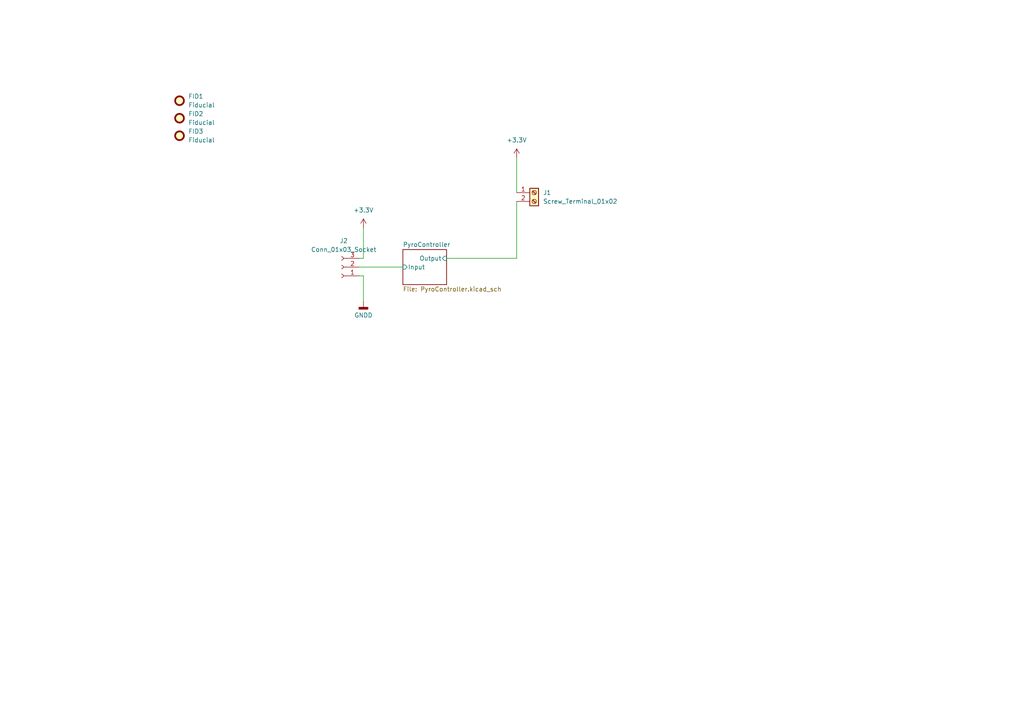
<source format=kicad_sch>
(kicad_sch (version 20231120) (generator "eeschema") (generator_version "8.0")
  (paper "A4")
  (lib_symbols
    (symbol "Connector:Conn_01x03_Socket" (pin_names (offset 1.016) hide)
      (property "Reference" "J" (at 0 5.08 0))
      (property "Value" "Conn_01x03_Socket" (at 0 -5.08 0))
      (symbol "Conn_01x03_Socket_1_1"
        (arc (start 0 -2.032) (mid -0.5058 -2.54) (end 0 -3.048) (stroke (width 0.1524)))
        (polyline (pts (xy -1.27 -2.54) (xy -0.508 -2.54)) (stroke (width 0.1524)))
        (polyline (pts (xy -1.27 0) (xy -0.508 0)) (stroke (width 0.1524)))
        (polyline (pts (xy -1.27 2.54) (xy -0.508 2.54)) (stroke (width 0.1524)))
        (arc (start 0 0.508) (mid -0.5058 0) (end 0 -0.508) (stroke (width 0.1524)))
        (arc (start 0 3.048) (mid -0.5058 2.54) (end 0 2.032) (stroke (width 0.1524)))
        (pin passive line (at -5.08 2.54 0) (length 3.81) (name "Pin_1") (number "1"))
        (pin passive line (at -5.08 0 0) (length 3.81) (name "Pin_2") (number "2"))
        (pin passive line (at -5.08 -2.54 0) (length 3.81) (name "Pin_3") (number "3"))
      )
    )
    (symbol "Connector:Screw_Terminal_01x02" (pin_names (offset 1.016) hide)
      (property "Reference" "J" (at 0 2.54 0))
      (property "Value" "Screw_Terminal_01x02" (at 0 -5.08 0))
      (symbol "Screw_Terminal_01x02_1_1"
        (rectangle (start -1.27 1.27) (end 1.27 -3.81) (stroke (width 0.254)) (fill (type background)))
        (circle (center 0 -2.54) (radius 0.635) (stroke (width 0.1524)))
        (polyline (pts (xy -0.5334 -2.2098) (xy 0.3302 -3.048)) (stroke (width 0.1524)))
        (polyline (pts (xy -0.5334 0.3302) (xy 0.3302 -0.508)) (stroke (width 0.1524)))
        (polyline (pts (xy -0.3556 -2.032) (xy 0.508 -2.8702)) (stroke (width 0.1524)))
        (polyline (pts (xy -0.3556 0.508) (xy 0.508 -0.3302)) (stroke (width 0.1524)))
        (circle (center 0 0) (radius 0.635) (stroke (width 0.1524)))
        (pin passive line (at -5.08 0 0) (length 3.81) (name "Pin_1") (number "1"))
        (pin passive line (at -5.08 -2.54 0) (length 3.81) (name "Pin_2") (number "2"))
      )
    )
    (symbol "Mechanical:Fiducial" (exclude_from_sim yes) (in_bom no)
      (property "Reference" "FID" (at 0 5.08 0))
      (property "Value" "Fiducial" (at 0 3.175 0))
      (symbol "Fiducial_0_1"
        (circle (center 0 0) (radius 1.27) (stroke (width 0.508)) (fill (type background)))
      )
    )
    (symbol "power:+3.3V" (power) (pin_numbers hide) (pin_names (offset 0) hide)
      (property "Value" "+3.3V" (at 0 3.556 0))
      (symbol "+3.3V_0_1"
        (polyline (pts (xy -0.762 1.27) (xy 0 2.54)))
        (polyline (pts (xy 0 0) (xy 0 2.54)))
        (polyline (pts (xy 0 2.54) (xy 0.762 1.27)))
      )
      (symbol "+3.3V_1_1"
        (pin power_in line (at 0 0 90) (length 0) (name "~") (number "1"))
      )
    )
    (symbol "power:GNDD" (power) (pin_numbers hide) (pin_names (offset 0) hide)
      (property "Value" "GNDD" (at 0 -3.175 0))
      (symbol "GNDD_0_1"
        (rectangle (start -1.27 -1.524) (end 1.27 -2.032) (stroke (width 0.254)) (fill (type outline)))
        (polyline (pts (xy 0 0) (xy 0 -1.524)))
      )
      (symbol "GNDD_1_1"
        (pin power_in line (at 0 0 270) (length 0) (name "~") (number "1"))
      )
    )
  )
  (wire (pts (xy 105.41 66.04) (xy 105.41 74.93)))
  (wire (pts (xy 104.14 77.47) (xy 116.84 77.47)))
  (wire (pts (xy 104.14 74.93) (xy 105.41 74.93)))
  (wire (pts (xy 105.41 87.63) (xy 105.41 80.01)))
  (wire (pts (xy 129.54 74.93) (xy 149.86 74.93)))
  (wire (pts (xy 104.14 80.01) (xy 105.41 80.01)))
  (wire (pts (xy 149.86 45.72) (xy 149.86 55.88)))
  (wire (pts (xy 149.86 58.42) (xy 149.86 74.93)))
  (symbol (lib_id "Connector:Conn_01x03_Socket") (at 99.06 77.47 180) (unit 1)
    (property "Reference" "J2" (at 99.695 69.85 0))
    (property "Value" "Conn_01x03_Socket" (at 99.695 72.39 0))
    (property "Footprint" "Connector_PinSocket_2.54mm:PinSocket_1x03_P2.54mm_Vertical" (effects (hide yes)))
    (property "Datasheet" "https://drawings-pdf.s3.amazonaws.com/10483.pdf" (effects (hide yes)))
    (property "Description" "Generic connector, single row, 01x03, script generated" (effects (hide yes)))
    (property "Purchase" "https://www.digikey.com/en/products/detail/sullins-connector-solutions/NPPN031BFCN-RC/804805" (effects (hide yes)))
  )
  (symbol (lib_id "power:GNDD") (at 105.41 87.63 0) (unit 1)
    (property "Reference" "#PWR06" (effects (hide yes)))
    (property "Value" "GNDD" (at 105.41 91.44 0))
    (property "Description" "Power symbol creates a global label with name \"GNDD\" , digital ground" (effects (hide yes)))
  )
  (symbol (lib_id "power:+3.3V") (at 149.86 45.72 0) (unit 1)
    (property "Reference" "#PWR04" (effects (hide yes)))
    (property "Value" "+3.3V" (at 149.86 40.64 0))
    (property "Description" "Power symbol creates a global label with name \"+3.3V\"" (effects (hide yes)))
  )
  (symbol (lib_id "Connector:Screw_Terminal_01x02") (at 154.94 55.88 0) (unit 1)
    (property "Reference" "J1" (at 157.48 55.8799 0) (effects (justify left)))
    (property "Value" "Screw_Terminal_01x02" (at 157.48 58.4199 0) (effects (justify left)))
    (property "Footprint" "TerminalBlock_Phoenix:TerminalBlock_Phoenix_PT-1,5-2-3.5-H_1x02_P3.50mm_Horizontal" (effects (hide yes)))
    (property "Datasheet" "https://drawings-pdf.s3.amazonaws.com/10483.pdf" (effects (hide yes)))
    (property "Description" "Generic screw terminal, single row, 01x02, script generated (kicad-library-utils/schlib/autogen/connector/)" (effects (hide yes)))
    (property "Purchase" "https://www.digikey.com/en/products/detail/phoenix-contact/1751248/2511016" (effects (hide yes)))
  )
  (symbol (lib_id "Mechanical:Fiducial") (at 52.07 39.37 0) (unit 1) (exclude_from_sim yes) (in_bom no)
    (property "Reference" "FID3" (at 54.61 38.0999 0) (effects (justify left)))
    (property "Value" "Fiducial" (at 54.61 40.6399 0) (effects (justify left)))
    (property "Footprint" "Fiducial:Fiducial_1mm_Mask2mm" (effects (hide yes)))
    (property "Description" "Fiducial Marker" (effects (hide yes)))
  )
  (symbol (lib_id "Mechanical:Fiducial") (at 52.07 29.21 0) (unit 1) (exclude_from_sim yes) (in_bom no)
    (property "Reference" "FID1" (at 54.61 27.9399 0) (effects (justify left)))
    (property "Value" "Fiducial" (at 54.61 30.4799 0) (effects (justify left)))
    (property "Footprint" "Fiducial:Fiducial_1mm_Mask2mm" (effects (hide yes)))
    (property "Description" "Fiducial Marker" (effects (hide yes)))
  )
  (symbol (lib_id "Mechanical:Fiducial") (at 52.07 34.29 0) (unit 1) (exclude_from_sim yes) (in_bom no)
    (property "Reference" "FID2" (at 54.61 33.0199 0) (effects (justify left)))
    (property "Value" "Fiducial" (at 54.61 35.5599 0) (effects (justify left)))
    (property "Footprint" "Fiducial:Fiducial_1mm_Mask2mm" (effects (hide yes)))
    (property "Description" "Fiducial Marker" (effects (hide yes)))
  )
  (symbol (lib_id "power:+3.3V") (at 105.41 66.04 0) (unit 1)
    (property "Reference" "#PWR05" (effects (hide yes)))
    (property "Value" "+3.3V" (at 105.41 60.96 0))
    (property "Description" "Power symbol creates a global label with name \"+3.3V\"" (effects (hide yes)))
  )
  (sheet (at 116.84 72.39) (size 12.7 10.16) (stroke (width 0.1524))
    (property "Sheetname" "PyroController" (at 116.84 71.6784 0) (effects (justify left bottom)))
    (property "Sheetfile" "PyroController.kicad_sch" (at 116.84 83.1346 0) (effects (justify left top)))
    (pin "Input" input (at 116.84 77.47 180))
    (pin "Output" input (at 129.54 74.93 0))
  )
)
</source>
